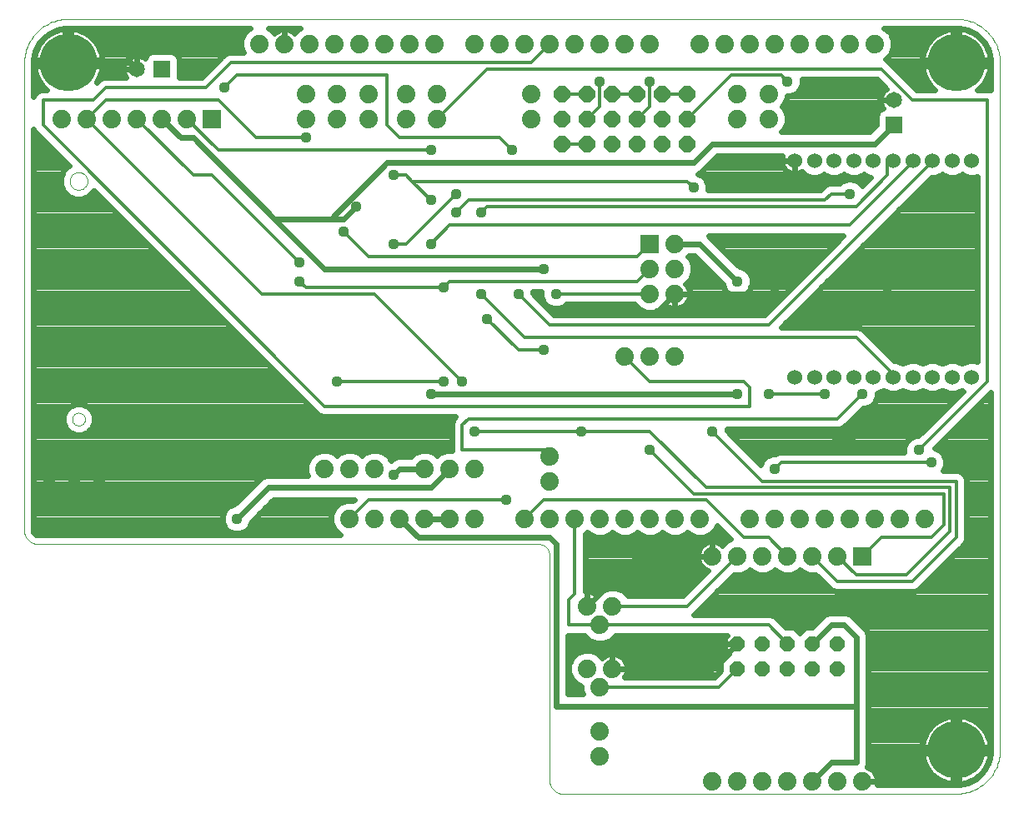
<source format=gbl>
G75*
G70*
%OFA0B0*%
%FSLAX24Y24*%
%IPPOS*%
%LPD*%
%AMOC8*
5,1,8,0,0,1.08239X$1,22.5*
%
%ADD10C,0.0000*%
%ADD11C,0.0740*%
%ADD12R,0.0740X0.0740*%
%ADD13C,0.0600*%
%ADD14C,0.2300*%
%ADD15OC8,0.0640*%
%ADD16OC8,0.0600*%
%ADD17R,0.0650X0.0650*%
%ADD18C,0.0650*%
%ADD19C,0.0120*%
%ADD20C,0.0440*%
%ADD21C,0.0240*%
%ADD22C,0.0476*%
D10*
X005721Y015221D02*
X025721Y015221D01*
X025765Y015219D01*
X025808Y015213D01*
X025850Y015204D01*
X025892Y015191D01*
X025932Y015174D01*
X025971Y015154D01*
X026008Y015131D01*
X026042Y015104D01*
X026075Y015075D01*
X026104Y015042D01*
X026131Y015008D01*
X026154Y014971D01*
X026174Y014932D01*
X026191Y014892D01*
X026204Y014850D01*
X026213Y014808D01*
X026219Y014765D01*
X026221Y014721D01*
X026221Y005721D01*
X026223Y005677D01*
X026229Y005634D01*
X026238Y005592D01*
X026251Y005550D01*
X026268Y005510D01*
X026288Y005471D01*
X026311Y005434D01*
X026338Y005400D01*
X026367Y005367D01*
X026400Y005338D01*
X026434Y005311D01*
X026471Y005288D01*
X026510Y005268D01*
X026550Y005251D01*
X026592Y005238D01*
X026634Y005229D01*
X026677Y005223D01*
X026721Y005221D01*
X042471Y005221D01*
X042554Y005223D01*
X042637Y005229D01*
X042720Y005239D01*
X042802Y005253D01*
X042884Y005270D01*
X042964Y005292D01*
X043043Y005317D01*
X043121Y005346D01*
X043198Y005379D01*
X043273Y005416D01*
X043346Y005455D01*
X043417Y005499D01*
X043486Y005545D01*
X043553Y005595D01*
X043617Y005648D01*
X043679Y005704D01*
X043738Y005763D01*
X043794Y005825D01*
X043847Y005889D01*
X043897Y005956D01*
X043943Y006025D01*
X043987Y006096D01*
X044026Y006169D01*
X044063Y006244D01*
X044096Y006321D01*
X044125Y006399D01*
X044150Y006478D01*
X044172Y006558D01*
X044189Y006640D01*
X044203Y006722D01*
X044213Y006805D01*
X044219Y006888D01*
X044221Y006971D01*
X044221Y034471D01*
X044219Y034554D01*
X044213Y034637D01*
X044203Y034720D01*
X044189Y034802D01*
X044172Y034884D01*
X044150Y034964D01*
X044125Y035043D01*
X044096Y035121D01*
X044063Y035198D01*
X044026Y035273D01*
X043987Y035346D01*
X043943Y035417D01*
X043897Y035486D01*
X043847Y035553D01*
X043794Y035617D01*
X043738Y035679D01*
X043679Y035738D01*
X043617Y035794D01*
X043553Y035847D01*
X043486Y035897D01*
X043417Y035943D01*
X043346Y035987D01*
X043273Y036026D01*
X043198Y036063D01*
X043121Y036096D01*
X043043Y036125D01*
X042964Y036150D01*
X042884Y036172D01*
X042802Y036189D01*
X042720Y036203D01*
X042637Y036213D01*
X042554Y036219D01*
X042471Y036221D01*
X006971Y036221D01*
X006888Y036219D01*
X006805Y036213D01*
X006722Y036203D01*
X006640Y036189D01*
X006558Y036172D01*
X006478Y036150D01*
X006399Y036125D01*
X006321Y036096D01*
X006244Y036063D01*
X006169Y036026D01*
X006096Y035987D01*
X006025Y035943D01*
X005956Y035897D01*
X005889Y035847D01*
X005825Y035794D01*
X005763Y035738D01*
X005704Y035679D01*
X005648Y035617D01*
X005595Y035553D01*
X005545Y035486D01*
X005499Y035417D01*
X005455Y035346D01*
X005416Y035273D01*
X005379Y035198D01*
X005346Y035121D01*
X005317Y035043D01*
X005292Y034964D01*
X005270Y034884D01*
X005253Y034802D01*
X005239Y034720D01*
X005229Y034637D01*
X005223Y034554D01*
X005221Y034471D01*
X005221Y015721D01*
X005223Y015677D01*
X005229Y015634D01*
X005238Y015592D01*
X005251Y015550D01*
X005268Y015510D01*
X005288Y015471D01*
X005311Y015434D01*
X005338Y015400D01*
X005367Y015367D01*
X005400Y015338D01*
X005434Y015311D01*
X005471Y015288D01*
X005510Y015268D01*
X005550Y015251D01*
X005592Y015238D01*
X005634Y015229D01*
X005677Y015223D01*
X005721Y015221D01*
X007130Y020207D02*
X007132Y020238D01*
X007138Y020269D01*
X007147Y020299D01*
X007160Y020328D01*
X007177Y020355D01*
X007197Y020379D01*
X007219Y020401D01*
X007245Y020420D01*
X007272Y020436D01*
X007301Y020448D01*
X007331Y020457D01*
X007362Y020462D01*
X007394Y020463D01*
X007425Y020460D01*
X007456Y020453D01*
X007486Y020443D01*
X007514Y020429D01*
X007540Y020411D01*
X007564Y020391D01*
X007585Y020367D01*
X007604Y020342D01*
X007619Y020314D01*
X007630Y020285D01*
X007638Y020254D01*
X007642Y020223D01*
X007642Y020191D01*
X007638Y020160D01*
X007630Y020129D01*
X007619Y020100D01*
X007604Y020072D01*
X007585Y020047D01*
X007564Y020023D01*
X007540Y020003D01*
X007514Y019985D01*
X007486Y019971D01*
X007456Y019961D01*
X007425Y019954D01*
X007394Y019951D01*
X007362Y019952D01*
X007331Y019957D01*
X007301Y019966D01*
X007272Y019978D01*
X007245Y019994D01*
X007219Y020013D01*
X007197Y020035D01*
X007177Y020059D01*
X007160Y020086D01*
X007147Y020115D01*
X007138Y020145D01*
X007132Y020176D01*
X007130Y020207D01*
X007032Y029735D02*
X007034Y029772D01*
X007040Y029809D01*
X007049Y029844D01*
X007063Y029879D01*
X007079Y029912D01*
X007100Y029943D01*
X007123Y029972D01*
X007149Y029998D01*
X007178Y030021D01*
X007209Y030042D01*
X007242Y030058D01*
X007277Y030072D01*
X007312Y030081D01*
X007349Y030087D01*
X007386Y030089D01*
X007423Y030087D01*
X007460Y030081D01*
X007495Y030072D01*
X007530Y030058D01*
X007563Y030042D01*
X007594Y030021D01*
X007623Y029998D01*
X007649Y029972D01*
X007672Y029943D01*
X007693Y029912D01*
X007709Y029879D01*
X007723Y029844D01*
X007732Y029809D01*
X007738Y029772D01*
X007740Y029735D01*
X007738Y029698D01*
X007732Y029661D01*
X007723Y029626D01*
X007709Y029591D01*
X007693Y029558D01*
X007672Y029527D01*
X007649Y029498D01*
X007623Y029472D01*
X007594Y029449D01*
X007563Y029428D01*
X007530Y029412D01*
X007495Y029398D01*
X007460Y029389D01*
X007423Y029383D01*
X007386Y029381D01*
X007349Y029383D01*
X007312Y029389D01*
X007277Y029398D01*
X007242Y029412D01*
X007209Y029428D01*
X007178Y029449D01*
X007149Y029472D01*
X007123Y029498D01*
X007100Y029527D01*
X007079Y029558D01*
X007063Y029591D01*
X007049Y029626D01*
X007040Y029661D01*
X007034Y029698D01*
X007032Y029735D01*
D11*
X006721Y032221D03*
X007721Y032221D03*
X008721Y032221D03*
X009721Y032221D03*
X010721Y032221D03*
X011721Y032221D03*
X014621Y035221D03*
X015621Y035221D03*
X016621Y035221D03*
X017621Y035221D03*
X018621Y035221D03*
X019621Y035221D03*
X020621Y035221D03*
X021621Y035221D03*
X023221Y035221D03*
X024221Y035221D03*
X025221Y035221D03*
X026221Y035221D03*
X027221Y035221D03*
X028221Y035221D03*
X029221Y035221D03*
X030221Y035221D03*
X032221Y035221D03*
X033221Y035221D03*
X034221Y035221D03*
X035221Y035221D03*
X036221Y035221D03*
X037221Y035221D03*
X038221Y035221D03*
X039221Y035221D03*
X034971Y033221D03*
X034971Y032221D03*
X033721Y032221D03*
X033721Y033221D03*
X031221Y027221D03*
X031221Y026221D03*
X031221Y025221D03*
X030221Y025221D03*
X030221Y026221D03*
X030221Y022721D03*
X031221Y022721D03*
X029221Y022721D03*
X026221Y018721D03*
X026221Y017721D03*
X026221Y016221D03*
X025221Y016221D03*
X027221Y016221D03*
X028221Y016221D03*
X029221Y016221D03*
X030221Y016221D03*
X031221Y016221D03*
X032221Y016221D03*
X032721Y014721D03*
X033721Y014721D03*
X034721Y014721D03*
X035721Y014721D03*
X036721Y014721D03*
X037721Y014721D03*
X038221Y016221D03*
X039221Y016221D03*
X040221Y016221D03*
X041221Y016221D03*
X037221Y016221D03*
X036221Y016221D03*
X035221Y016221D03*
X034221Y016221D03*
X028721Y012721D03*
X028221Y011971D03*
X027721Y012721D03*
X027721Y010221D03*
X028221Y009471D03*
X028721Y010221D03*
X028221Y007721D03*
X028221Y006721D03*
X032721Y005721D03*
X033721Y005721D03*
X034721Y005721D03*
X035721Y005721D03*
X036721Y005721D03*
X037721Y005721D03*
X038721Y005721D03*
X023221Y016221D03*
X022221Y016221D03*
X021221Y016221D03*
X020221Y016221D03*
X019221Y016221D03*
X018221Y016221D03*
X018221Y018221D03*
X019221Y018221D03*
X021221Y018221D03*
X022221Y018221D03*
X023221Y018221D03*
X017221Y018221D03*
X017721Y032221D03*
X018971Y032221D03*
X018971Y033221D03*
X017721Y033221D03*
X016471Y033221D03*
X016471Y032221D03*
X020471Y032221D03*
X020471Y033221D03*
X021721Y033221D03*
X021721Y032221D03*
X025471Y032221D03*
X025471Y033221D03*
D12*
X030221Y027221D03*
X038721Y014721D03*
X012721Y032221D03*
D13*
X036008Y030551D03*
X036796Y030551D03*
X037583Y030551D03*
X038370Y030551D03*
X039158Y030551D03*
X039945Y030551D03*
X040733Y030551D03*
X041520Y030551D03*
X042307Y030551D03*
X043095Y030551D03*
X043095Y021890D03*
X042307Y021890D03*
X041520Y021890D03*
X040733Y021890D03*
X039945Y021890D03*
X039158Y021890D03*
X038370Y021890D03*
X037583Y021890D03*
X036796Y021890D03*
X036008Y021890D03*
D14*
X042471Y034471D03*
X042471Y006971D03*
X006971Y034471D03*
D15*
X026721Y033221D03*
X027721Y033221D03*
X028721Y033221D03*
X029721Y033221D03*
X030721Y033221D03*
X031721Y033221D03*
X031721Y032221D03*
X031721Y031221D03*
X030721Y031221D03*
X030721Y032221D03*
X029721Y032221D03*
X029721Y031221D03*
X028721Y031221D03*
X028721Y032221D03*
X027721Y032221D03*
X027721Y031221D03*
X026721Y031221D03*
X026721Y032221D03*
D16*
X033721Y011221D03*
X034721Y011221D03*
X035721Y011221D03*
X036721Y011221D03*
X037721Y011221D03*
X037721Y010221D03*
X036721Y010221D03*
X035721Y010221D03*
X034721Y010221D03*
X033721Y010221D03*
D17*
X039971Y031971D03*
X010721Y034221D03*
D18*
X009721Y034221D03*
X039971Y032971D03*
D19*
X040721Y032971D02*
X039471Y034221D01*
X023721Y034221D01*
X021721Y032221D01*
X021471Y030971D02*
X012971Y030971D01*
X011721Y032221D01*
X012971Y032971D02*
X008471Y032971D01*
X007721Y032221D01*
X014721Y025221D01*
X019221Y025221D01*
X022721Y021721D01*
X021971Y021721D02*
X017721Y021721D01*
X017221Y020721D02*
X005971Y031971D01*
X005971Y032971D01*
X007971Y032971D01*
X008471Y033471D01*
X012471Y033471D01*
X013471Y034471D01*
X025471Y034471D01*
X026221Y035221D01*
X028221Y033721D02*
X028221Y032721D01*
X027721Y032221D01*
X027721Y031221D02*
X026721Y031221D01*
X024721Y030971D02*
X024221Y031471D01*
X020221Y031471D01*
X019721Y031971D01*
X019721Y033971D01*
X013721Y033971D01*
X013221Y033471D01*
X012971Y032971D02*
X014471Y031471D01*
X016471Y031471D01*
X019971Y029971D02*
X020471Y029971D01*
X020721Y029721D01*
X031721Y029721D01*
X031971Y029471D01*
X030221Y027221D02*
X029721Y026721D01*
X018971Y026721D01*
X017971Y027721D01*
X016221Y026471D02*
X012721Y029971D01*
X011971Y029971D01*
X009721Y032221D01*
X016221Y025721D02*
X016471Y025471D01*
X021971Y025471D01*
X022221Y025721D01*
X029721Y025721D01*
X030221Y026221D01*
X030221Y025221D02*
X026471Y025221D01*
X026221Y023971D02*
X034971Y023971D01*
X041471Y030471D01*
X041520Y030551D01*
X040733Y030551D02*
X040721Y030471D01*
X038221Y027971D01*
X022221Y027971D01*
X021471Y027221D01*
X020471Y027221D02*
X019971Y027221D01*
X020471Y027221D02*
X022471Y029221D01*
X022971Y028971D02*
X037221Y028971D01*
X037471Y029221D01*
X038221Y029221D01*
X038471Y028721D02*
X039721Y029971D01*
X039721Y030471D01*
X039945Y030551D01*
X038471Y028721D02*
X023721Y028721D01*
X023471Y028471D01*
X022971Y028971D02*
X022471Y028471D01*
X021471Y028971D02*
X020721Y029721D01*
X023471Y025221D02*
X025221Y023471D01*
X038471Y023471D01*
X039971Y021971D01*
X039945Y021890D01*
X038721Y021221D02*
X037721Y020221D01*
X022971Y020221D01*
X022721Y019971D01*
X022721Y018971D01*
X025971Y018971D01*
X026221Y018721D01*
X027471Y019721D02*
X030221Y019721D01*
X032471Y017471D01*
X042221Y017471D01*
X042221Y015721D01*
X040471Y013971D01*
X038471Y013971D01*
X037721Y014721D01*
X038721Y014721D02*
X039471Y015471D01*
X041471Y015471D01*
X041971Y015971D01*
X041971Y017221D01*
X031971Y017221D01*
X030221Y018971D01*
X032721Y019721D02*
X034721Y017721D01*
X042471Y017721D01*
X042471Y015471D01*
X040721Y013721D01*
X037721Y013721D01*
X036721Y014721D01*
X035721Y014721D02*
X034971Y015471D01*
X033971Y015471D01*
X032471Y016971D01*
X025971Y016971D01*
X025221Y016221D01*
X024471Y016971D02*
X018971Y016971D01*
X018221Y016221D01*
X023221Y019721D02*
X027471Y019721D01*
X030221Y021721D02*
X033971Y021721D01*
X034221Y021471D01*
X034221Y020721D01*
X017221Y020721D01*
X023721Y024221D02*
X024971Y022971D01*
X025971Y022971D01*
X026221Y023971D02*
X024971Y025221D01*
X029221Y022721D02*
X030221Y021721D01*
X034971Y021221D02*
X037221Y021221D01*
X035471Y018471D02*
X035221Y018221D01*
X035471Y018471D02*
X041471Y018471D01*
X040971Y018971D02*
X043721Y021721D01*
X043721Y032971D01*
X040721Y032971D01*
X035721Y033721D02*
X035471Y033971D01*
X033471Y033971D01*
X031721Y032221D01*
X031721Y033221D02*
X030721Y033221D01*
X030221Y032721D02*
X030221Y033721D01*
X029721Y033221D02*
X028721Y033221D01*
X027721Y033221D02*
X026721Y033221D01*
X029721Y032221D02*
X030221Y032721D01*
X027221Y016221D02*
X027221Y013221D01*
X026971Y012971D01*
X026971Y011971D01*
X028221Y011971D01*
X034971Y011971D01*
X035721Y011221D01*
X033721Y010221D02*
X032971Y009471D01*
X028221Y009471D01*
X028721Y012721D02*
X031721Y012721D01*
X033721Y014721D01*
D20*
X035221Y018221D03*
X037721Y019471D03*
X038721Y018971D03*
X040971Y018971D03*
X041471Y018471D03*
X038721Y021221D03*
X037221Y021221D03*
X034971Y021221D03*
X033721Y021221D03*
X032721Y019721D03*
X030221Y018971D03*
X027471Y019721D03*
X024471Y016971D03*
X023221Y019721D03*
X021471Y021221D03*
X021971Y021721D03*
X022721Y021721D03*
X023721Y024221D03*
X023471Y025221D03*
X024971Y025221D03*
X025971Y026221D03*
X026471Y025221D03*
X027721Y024721D03*
X025971Y022971D03*
X021971Y025471D03*
X021471Y027221D03*
X019971Y027221D03*
X017971Y027721D03*
X018471Y028721D03*
X019971Y029971D03*
X021471Y030971D03*
X022471Y029221D03*
X022471Y028471D03*
X023471Y028471D03*
X021471Y028971D03*
X024721Y030971D03*
X028221Y033721D03*
X030221Y033721D03*
X031971Y029471D03*
X033721Y025721D03*
X035221Y025221D03*
X038221Y029221D03*
X035721Y033721D03*
X017721Y021721D03*
X019971Y017971D03*
X013721Y016221D03*
X016221Y025721D03*
X016221Y026471D03*
X016471Y031471D03*
X013221Y033471D03*
D21*
X012491Y034085D02*
X011406Y034085D01*
X011406Y033891D02*
X011406Y034617D01*
X011351Y034750D01*
X011250Y034851D01*
X011117Y034906D01*
X010324Y034906D01*
X010192Y034851D01*
X010091Y034750D01*
X010051Y034654D01*
X010006Y034687D01*
X009930Y034726D01*
X009848Y034752D01*
X009764Y034766D01*
X009721Y034766D01*
X009721Y034221D01*
X009721Y034221D01*
X009471Y034471D01*
X006971Y034471D01*
X007091Y034562D02*
X009295Y034562D01*
X009305Y034576D02*
X009255Y034506D01*
X009216Y034430D01*
X009189Y034348D01*
X009176Y034264D01*
X009176Y034221D01*
X009720Y034221D01*
X009720Y034221D01*
X009721Y034221D02*
X009721Y034766D01*
X009678Y034766D01*
X009593Y034752D01*
X009512Y034726D01*
X009435Y034687D01*
X009366Y034636D01*
X009305Y034576D01*
X009185Y034323D02*
X008333Y034323D01*
X008336Y034351D02*
X007091Y034351D01*
X007091Y034591D01*
X006851Y034591D01*
X006851Y035836D01*
X006769Y035828D01*
X006637Y035801D01*
X006509Y035762D01*
X006384Y035711D01*
X006266Y035647D01*
X006154Y035572D01*
X006050Y035487D01*
X005954Y035392D01*
X005869Y035288D01*
X005794Y035176D01*
X005731Y035057D01*
X005679Y034933D01*
X005640Y034804D01*
X005614Y034672D01*
X005606Y034591D01*
X006851Y034591D01*
X006851Y034351D01*
X005606Y034351D01*
X005614Y034269D01*
X005640Y034137D01*
X005679Y034009D01*
X005731Y033884D01*
X005794Y033766D01*
X005869Y033654D01*
X005954Y033550D01*
X006050Y033454D01*
X006127Y033391D01*
X005887Y033391D01*
X005733Y033327D01*
X005615Y033209D01*
X005581Y033127D01*
X005581Y034399D01*
X005581Y034471D01*
X005589Y034626D01*
X005659Y034930D01*
X005794Y035210D01*
X005988Y035454D01*
X006231Y035648D01*
X006512Y035783D01*
X006815Y035852D01*
X006971Y035861D01*
X014258Y035861D01*
X014207Y035840D01*
X014002Y035634D01*
X013891Y035366D01*
X013891Y035076D01*
X013967Y034891D01*
X013387Y034891D01*
X013233Y034827D01*
X013115Y034709D01*
X012297Y033891D01*
X011406Y033891D01*
X011406Y034323D02*
X012729Y034323D01*
X012968Y034562D02*
X011406Y034562D01*
X011300Y034800D02*
X013206Y034800D01*
X013906Y035039D02*
X008218Y035039D01*
X008211Y035057D02*
X008147Y035176D01*
X008072Y035288D01*
X007987Y035392D01*
X007892Y035487D01*
X007788Y035572D01*
X007676Y035647D01*
X007557Y035711D01*
X007433Y035762D01*
X007304Y035801D01*
X007172Y035828D01*
X007091Y035836D01*
X007091Y034591D01*
X008336Y034591D01*
X008328Y034672D01*
X008301Y034804D01*
X008262Y034933D01*
X008211Y035057D01*
X008080Y035277D02*
X013891Y035277D01*
X013953Y035516D02*
X007857Y035516D01*
X007452Y035754D02*
X014122Y035754D01*
X014983Y035861D02*
X016258Y035861D01*
X016207Y035840D01*
X016022Y035654D01*
X016005Y035671D01*
X015930Y035725D01*
X015847Y035768D01*
X015759Y035796D01*
X015667Y035811D01*
X015621Y035811D01*
X015621Y035221D01*
X015621Y035221D01*
X015621Y035811D01*
X015574Y035811D01*
X015483Y035796D01*
X015394Y035768D01*
X015312Y035725D01*
X015236Y035671D01*
X015220Y035654D01*
X015034Y035840D01*
X014983Y035861D01*
X015120Y035754D02*
X015368Y035754D01*
X015621Y035754D02*
X015621Y035754D01*
X015621Y035516D02*
X015621Y035516D01*
X015621Y035277D02*
X015621Y035277D01*
X015873Y035754D02*
X016122Y035754D01*
X011471Y031471D02*
X010721Y032221D01*
X011471Y031471D02*
X011971Y031471D01*
X015221Y028221D01*
X017471Y028221D01*
X019721Y030471D01*
X031971Y030471D01*
X032721Y031221D01*
X039221Y031221D01*
X039971Y031971D01*
X039537Y032640D02*
X039442Y032601D01*
X039341Y032500D01*
X039286Y032367D01*
X039286Y031965D01*
X039022Y031701D01*
X035483Y031701D01*
X035590Y031807D01*
X035701Y032076D01*
X035701Y032366D01*
X035590Y032634D01*
X035503Y032721D01*
X035590Y032807D01*
X035701Y033076D01*
X035701Y033141D01*
X035836Y033141D01*
X036049Y033229D01*
X036212Y033392D01*
X036301Y033605D01*
X036301Y033801D01*
X039297Y033801D01*
X039671Y033427D01*
X039616Y033386D01*
X039555Y033326D01*
X039505Y033256D01*
X039466Y033180D01*
X039439Y033098D01*
X039426Y033014D01*
X039426Y032971D01*
X039970Y032971D01*
X039970Y032971D01*
X039426Y032971D01*
X039426Y032928D01*
X039439Y032843D01*
X039466Y032762D01*
X039505Y032685D01*
X039537Y032640D01*
X039528Y032653D02*
X035571Y032653D01*
X035625Y032892D02*
X039431Y032892D01*
X039450Y033130D02*
X035701Y033130D01*
X036189Y033369D02*
X039598Y033369D01*
X039490Y033607D02*
X036301Y033607D01*
X035681Y032415D02*
X039305Y032415D01*
X039286Y032176D02*
X035701Y032176D01*
X035644Y031938D02*
X039259Y031938D01*
X038764Y030012D02*
X038784Y029992D01*
X039026Y029891D01*
X039048Y029891D01*
X038709Y029553D01*
X038549Y029712D01*
X038336Y029801D01*
X038105Y029801D01*
X037892Y029712D01*
X037821Y029641D01*
X037387Y029641D01*
X037233Y029577D01*
X037115Y029459D01*
X037047Y029391D01*
X032551Y029391D01*
X032551Y029586D01*
X032462Y029799D01*
X032299Y029962D01*
X032149Y030025D01*
X032243Y030064D01*
X032378Y030199D01*
X032920Y030741D01*
X035523Y030741D01*
X035501Y030673D01*
X035488Y030592D01*
X035488Y030552D01*
X036008Y030552D01*
X036008Y030551D01*
X036008Y030551D01*
X036008Y030031D01*
X035967Y030031D01*
X035886Y030044D01*
X035809Y030070D01*
X035736Y030107D01*
X035669Y030155D01*
X035612Y030213D01*
X035563Y030279D01*
X035526Y030352D01*
X035501Y030430D01*
X035488Y030511D01*
X035488Y030551D01*
X036008Y030551D01*
X036008Y030031D01*
X036049Y030031D01*
X036130Y030044D01*
X036208Y030070D01*
X036281Y030107D01*
X036296Y030118D01*
X036422Y029992D01*
X036664Y029891D01*
X036927Y029891D01*
X037169Y029992D01*
X037189Y030012D01*
X037209Y029992D01*
X037452Y029891D01*
X037714Y029891D01*
X037957Y029992D01*
X037977Y030012D01*
X037997Y029992D01*
X038239Y029891D01*
X038502Y029891D01*
X038744Y029992D01*
X038764Y030012D01*
X038947Y029791D02*
X038360Y029791D01*
X038081Y029791D02*
X032466Y029791D01*
X032551Y029552D02*
X037208Y029552D01*
X036384Y030029D02*
X032159Y030029D01*
X032447Y030268D02*
X035571Y030268D01*
X035489Y030506D02*
X032685Y030506D01*
X032570Y027551D02*
X037957Y027551D01*
X034797Y024391D01*
X026395Y024391D01*
X025551Y025235D01*
X025551Y025301D01*
X025891Y025301D01*
X025891Y025105D01*
X025979Y024892D01*
X026142Y024729D01*
X026355Y024641D01*
X026586Y024641D01*
X026799Y024729D01*
X026871Y024801D01*
X029608Y024801D01*
X029807Y024602D01*
X030076Y024491D01*
X030366Y024491D01*
X030634Y024602D01*
X030820Y024787D01*
X030836Y024771D01*
X030912Y024716D01*
X030994Y024674D01*
X031083Y024645D01*
X031174Y024631D01*
X031221Y024631D01*
X031267Y024631D01*
X031359Y024645D01*
X031447Y024674D01*
X031530Y024716D01*
X031605Y024771D01*
X031671Y024836D01*
X031725Y024912D01*
X031768Y024994D01*
X031796Y025083D01*
X031811Y025174D01*
X031811Y025221D01*
X031811Y025267D01*
X031796Y025359D01*
X031768Y025447D01*
X031725Y025530D01*
X031671Y025605D01*
X031654Y025622D01*
X031840Y025807D01*
X031951Y026076D01*
X031951Y026366D01*
X031840Y026634D01*
X031753Y026721D01*
X031773Y026741D01*
X032022Y026741D01*
X033141Y025622D01*
X033141Y025605D01*
X033229Y025392D01*
X033392Y025229D01*
X033605Y025141D01*
X033836Y025141D01*
X034049Y025229D01*
X034212Y025392D01*
X034301Y025605D01*
X034301Y025836D01*
X034212Y026049D01*
X034049Y026212D01*
X033836Y026301D01*
X033820Y026301D01*
X032628Y027493D01*
X032570Y027551D01*
X032715Y027405D02*
X037811Y027405D01*
X037573Y027167D02*
X032954Y027167D01*
X033192Y026928D02*
X037334Y026928D01*
X037096Y026690D02*
X033431Y026690D01*
X033669Y026451D02*
X036857Y026451D01*
X036619Y026213D02*
X034049Y026213D01*
X034244Y025974D02*
X036380Y025974D01*
X036142Y025736D02*
X034301Y025736D01*
X034256Y025497D02*
X035903Y025497D01*
X035665Y025258D02*
X034079Y025258D01*
X033721Y025721D02*
X032221Y027221D01*
X031221Y027221D01*
X031784Y026690D02*
X032073Y026690D01*
X031916Y026451D02*
X032312Y026451D01*
X032550Y026213D02*
X031951Y026213D01*
X031909Y025974D02*
X032789Y025974D01*
X033027Y025736D02*
X031768Y025736D01*
X031742Y025497D02*
X033186Y025497D01*
X033363Y025258D02*
X031811Y025258D01*
X031811Y025221D02*
X031221Y025221D01*
X031221Y025221D01*
X035221Y025221D01*
X035426Y025020D02*
X031776Y025020D01*
X031811Y025221D02*
X031221Y025221D01*
X030471Y024471D01*
X027971Y024471D01*
X027721Y024721D01*
X026851Y024781D02*
X029628Y024781D01*
X029950Y024543D02*
X026243Y024543D01*
X026090Y024781D02*
X026004Y024781D01*
X025926Y025020D02*
X025766Y025020D01*
X025891Y025258D02*
X025551Y025258D01*
X025971Y026221D02*
X017221Y026221D01*
X015221Y028221D01*
X017471Y028221D02*
X017971Y028221D01*
X018471Y028721D01*
X013043Y024304D02*
X005581Y024304D01*
X005581Y024066D02*
X013282Y024066D01*
X013520Y023827D02*
X005581Y023827D01*
X005581Y023589D02*
X013759Y023589D01*
X013998Y023350D02*
X005581Y023350D01*
X005581Y023112D02*
X014236Y023112D01*
X014475Y022873D02*
X005581Y022873D01*
X005581Y022634D02*
X014713Y022634D01*
X014952Y022396D02*
X005581Y022396D01*
X005581Y022157D02*
X015190Y022157D01*
X015429Y021919D02*
X005581Y021919D01*
X005581Y021680D02*
X015667Y021680D01*
X015906Y021442D02*
X005581Y021442D01*
X005581Y021203D02*
X016144Y021203D01*
X016383Y020965D02*
X005581Y020965D01*
X005581Y020726D02*
X007034Y020726D01*
X007037Y020729D02*
X006864Y020556D01*
X006770Y020330D01*
X006770Y020084D01*
X006864Y019858D01*
X007037Y019685D01*
X007264Y019591D01*
X007509Y019591D01*
X007735Y019685D01*
X007908Y019858D01*
X008002Y020084D01*
X008002Y020330D01*
X007908Y020556D01*
X007735Y020729D01*
X007509Y020823D01*
X007264Y020823D01*
X007037Y020729D01*
X006836Y020488D02*
X005581Y020488D01*
X005581Y020249D02*
X006770Y020249D01*
X006801Y020010D02*
X005581Y020010D01*
X005581Y019772D02*
X006950Y019772D01*
X007822Y019772D02*
X022301Y019772D01*
X022301Y020010D02*
X007971Y020010D01*
X008002Y020249D02*
X022405Y020249D01*
X022365Y020209D02*
X022457Y020301D01*
X017304Y020301D01*
X017137Y020301D01*
X016983Y020365D01*
X007999Y029348D01*
X007992Y029330D01*
X007791Y029129D01*
X007528Y029020D01*
X007244Y029020D01*
X006981Y029129D01*
X006781Y029330D01*
X006672Y029592D01*
X006672Y029877D01*
X006781Y030139D01*
X006981Y030340D01*
X007000Y030348D01*
X005733Y031615D01*
X005615Y031733D01*
X005581Y031815D01*
X005581Y015792D01*
X005581Y015721D01*
X005583Y015693D01*
X005604Y015643D01*
X005643Y015604D01*
X005693Y015583D01*
X005721Y015581D01*
X017858Y015581D01*
X017807Y015602D01*
X017602Y015807D01*
X017491Y016076D01*
X017491Y016366D01*
X017602Y016634D01*
X017807Y016840D01*
X018076Y016951D01*
X018357Y016951D01*
X018397Y016991D01*
X015170Y016991D01*
X014301Y016122D01*
X014301Y016105D01*
X014212Y015892D01*
X014049Y015729D01*
X013836Y015641D01*
X013605Y015641D01*
X013392Y015729D01*
X013229Y015892D01*
X013141Y016105D01*
X013141Y016336D01*
X013229Y016549D01*
X013392Y016712D01*
X013605Y016801D01*
X013622Y016801D01*
X014564Y017743D01*
X014699Y017878D01*
X014875Y017951D01*
X016543Y017951D01*
X016491Y018076D01*
X016491Y018366D01*
X016602Y018634D01*
X016807Y018840D01*
X017076Y018951D01*
X017366Y018951D01*
X017634Y018840D01*
X017721Y018753D01*
X017807Y018840D01*
X018076Y018951D01*
X018366Y018951D01*
X018634Y018840D01*
X018721Y018753D01*
X018807Y018840D01*
X019076Y018951D01*
X019366Y018951D01*
X019634Y018840D01*
X019840Y018634D01*
X019874Y018552D01*
X019949Y018628D01*
X020125Y018701D01*
X020668Y018701D01*
X020807Y018840D01*
X021076Y018951D01*
X021366Y018951D01*
X021634Y018840D01*
X021721Y018753D01*
X021807Y018840D01*
X022076Y018951D01*
X022301Y018951D01*
X022301Y019054D01*
X022301Y020054D01*
X022365Y020209D01*
X022301Y019533D02*
X005581Y019533D01*
X005581Y019295D02*
X022301Y019295D01*
X022301Y019056D02*
X005581Y019056D01*
X005581Y018818D02*
X016785Y018818D01*
X016579Y018579D02*
X005581Y018579D01*
X005581Y018341D02*
X016491Y018341D01*
X016491Y018102D02*
X005581Y018102D01*
X005581Y017864D02*
X014685Y017864D01*
X014446Y017625D02*
X005581Y017625D01*
X005581Y017386D02*
X014208Y017386D01*
X013969Y017148D02*
X005581Y017148D01*
X005581Y016909D02*
X013731Y016909D01*
X013351Y016671D02*
X005581Y016671D01*
X005581Y016432D02*
X013181Y016432D01*
X013141Y016194D02*
X005581Y016194D01*
X005581Y015955D02*
X013203Y015955D01*
X013422Y015717D02*
X005581Y015717D01*
X007937Y020488D02*
X016860Y020488D01*
X016621Y020726D02*
X007738Y020726D01*
X005581Y024543D02*
X012805Y024543D01*
X012566Y024781D02*
X005581Y024781D01*
X005581Y025020D02*
X012328Y025020D01*
X012089Y025258D02*
X005581Y025258D01*
X005581Y025497D02*
X011851Y025497D01*
X011612Y025736D02*
X005581Y025736D01*
X005581Y025974D02*
X011374Y025974D01*
X011135Y026213D02*
X005581Y026213D01*
X005581Y026451D02*
X010896Y026451D01*
X010658Y026690D02*
X005581Y026690D01*
X005581Y026928D02*
X010419Y026928D01*
X010181Y027167D02*
X005581Y027167D01*
X005581Y027405D02*
X009942Y027405D01*
X009704Y027644D02*
X005581Y027644D01*
X005581Y027882D02*
X009465Y027882D01*
X009227Y028121D02*
X005581Y028121D01*
X005581Y028359D02*
X008988Y028359D01*
X008750Y028598D02*
X005581Y028598D01*
X005581Y028837D02*
X008511Y028837D01*
X008272Y029075D02*
X007661Y029075D01*
X007975Y029314D02*
X008034Y029314D01*
X007111Y029075D02*
X005581Y029075D01*
X005581Y029314D02*
X006797Y029314D01*
X006688Y029552D02*
X005581Y029552D01*
X005581Y029791D02*
X006672Y029791D01*
X006735Y030029D02*
X005581Y030029D01*
X005581Y030268D02*
X006909Y030268D01*
X006841Y030506D02*
X005581Y030506D01*
X005581Y030745D02*
X006603Y030745D01*
X006364Y030983D02*
X005581Y030983D01*
X005581Y031222D02*
X006126Y031222D01*
X005887Y031461D02*
X005581Y031461D01*
X005581Y031699D02*
X005649Y031699D01*
X005581Y033130D02*
X005582Y033130D01*
X005581Y033369D02*
X005834Y033369D01*
X005907Y033607D02*
X005581Y033607D01*
X005581Y033846D02*
X005751Y033846D01*
X005656Y034085D02*
X005581Y034085D01*
X005581Y034323D02*
X005609Y034323D01*
X005586Y034562D02*
X006851Y034562D01*
X006851Y034800D02*
X007091Y034800D01*
X007091Y035039D02*
X006851Y035039D01*
X006851Y035277D02*
X007091Y035277D01*
X007091Y035516D02*
X006851Y035516D01*
X006851Y035754D02*
X007091Y035754D01*
X006490Y035754D02*
X006453Y035754D01*
X006085Y035516D02*
X006066Y035516D01*
X005862Y035277D02*
X005847Y035277D01*
X005723Y035039D02*
X005711Y035039D01*
X005639Y034800D02*
X005629Y034800D01*
X008302Y034800D02*
X010141Y034800D01*
X009721Y034562D02*
X009721Y034562D01*
X009721Y034323D02*
X009721Y034323D01*
X009720Y034221D02*
X009176Y034221D01*
X009176Y034178D01*
X009189Y034093D01*
X009216Y034012D01*
X009255Y033935D01*
X009287Y033891D01*
X008387Y033891D01*
X008233Y033827D01*
X008115Y033709D01*
X008098Y033692D01*
X008147Y033766D01*
X008211Y033884D01*
X008262Y034009D01*
X008301Y034137D01*
X008328Y034269D01*
X008336Y034351D01*
X008285Y034085D02*
X009192Y034085D01*
X008279Y033846D02*
X008190Y033846D01*
X021471Y021221D02*
X033721Y021221D01*
X033301Y019801D02*
X037804Y019801D01*
X037959Y019865D01*
X038077Y019983D01*
X038735Y020641D01*
X038836Y020641D01*
X039049Y020729D01*
X039212Y020892D01*
X039301Y021105D01*
X039301Y021235D01*
X039532Y021331D01*
X039551Y021350D01*
X039571Y021331D01*
X039814Y021230D01*
X040076Y021230D01*
X040319Y021331D01*
X040339Y021350D01*
X040359Y021331D01*
X040601Y021230D01*
X040864Y021230D01*
X041106Y021331D01*
X041126Y021350D01*
X041146Y021331D01*
X041389Y021230D01*
X041651Y021230D01*
X041894Y021331D01*
X041914Y021350D01*
X041934Y021331D01*
X042176Y021230D01*
X042439Y021230D01*
X042681Y021331D01*
X042701Y021350D01*
X042721Y021331D01*
X042732Y021326D01*
X040957Y019551D01*
X040855Y019551D01*
X040642Y019462D01*
X040479Y019299D01*
X040391Y019086D01*
X040391Y018891D01*
X035387Y018891D01*
X035233Y018827D01*
X035207Y018801D01*
X035105Y018801D01*
X034892Y018712D01*
X034729Y018549D01*
X034658Y018377D01*
X033301Y019735D01*
X033301Y019801D01*
X033301Y019772D02*
X041178Y019772D01*
X041417Y020010D02*
X038104Y020010D01*
X038077Y019983D02*
X038077Y019983D01*
X038343Y020249D02*
X041655Y020249D01*
X041894Y020488D02*
X038581Y020488D01*
X039042Y020726D02*
X042132Y020726D01*
X042371Y020965D02*
X039242Y020965D01*
X039301Y021203D02*
X042609Y021203D01*
X043320Y020726D02*
X043861Y020726D01*
X043861Y020488D02*
X043081Y020488D01*
X042843Y020249D02*
X043861Y020249D01*
X043861Y020010D02*
X042604Y020010D01*
X042366Y019772D02*
X043861Y019772D01*
X043861Y019533D02*
X042127Y019533D01*
X041889Y019295D02*
X043861Y019295D01*
X043861Y019056D02*
X041650Y019056D01*
X041628Y019034D02*
X043861Y021267D01*
X043861Y007042D01*
X043861Y006971D01*
X043852Y006815D01*
X043783Y006512D01*
X043648Y006231D01*
X043454Y005988D01*
X043210Y005794D01*
X042930Y005659D01*
X042626Y005589D01*
X042471Y005581D01*
X042452Y005581D01*
X042399Y005581D01*
X039296Y005581D01*
X039296Y005583D01*
X039311Y005674D01*
X039311Y005721D01*
X039311Y005767D01*
X039296Y005859D01*
X039268Y005947D01*
X039225Y006030D01*
X039171Y006105D01*
X039105Y006171D01*
X039030Y006225D01*
X038947Y006268D01*
X038911Y006279D01*
X038951Y006375D01*
X038951Y006566D01*
X038951Y008625D01*
X038951Y008816D01*
X038951Y011566D01*
X038878Y011743D01*
X038743Y011878D01*
X038243Y012378D01*
X038066Y012451D01*
X037875Y012451D01*
X037375Y012451D01*
X037199Y012378D01*
X037064Y012243D01*
X036702Y011881D01*
X036447Y011881D01*
X036221Y011654D01*
X035994Y011881D01*
X035655Y011881D01*
X035327Y012209D01*
X035209Y012327D01*
X035054Y012391D01*
X031985Y012391D01*
X032077Y012483D01*
X033585Y013991D01*
X033866Y013991D01*
X034134Y014102D01*
X034221Y014188D01*
X034307Y014102D01*
X034576Y013991D01*
X034866Y013991D01*
X035134Y014102D01*
X035221Y014188D01*
X035307Y014102D01*
X035576Y013991D01*
X035866Y013991D01*
X036134Y014102D01*
X036221Y014188D01*
X036307Y014102D01*
X036576Y013991D01*
X036857Y013991D01*
X037365Y013483D01*
X037483Y013365D01*
X037637Y013301D01*
X040637Y013301D01*
X040804Y013301D01*
X040959Y013365D01*
X042709Y015115D01*
X042827Y015233D01*
X042891Y015387D01*
X042891Y017804D01*
X042827Y017959D01*
X042709Y018077D01*
X042554Y018141D01*
X042387Y018141D01*
X041961Y018141D01*
X041962Y018142D01*
X042051Y018355D01*
X042051Y018586D01*
X041962Y018799D01*
X041799Y018962D01*
X041628Y019034D01*
X041944Y018818D02*
X043861Y018818D01*
X043861Y018579D02*
X042051Y018579D01*
X042045Y018341D02*
X043861Y018341D01*
X043861Y018102D02*
X042648Y018102D01*
X042866Y017864D02*
X043861Y017864D01*
X043861Y017625D02*
X042891Y017625D01*
X042891Y017386D02*
X043861Y017386D01*
X043861Y017148D02*
X042891Y017148D01*
X042891Y016909D02*
X043861Y016909D01*
X043861Y016671D02*
X042891Y016671D01*
X042891Y016432D02*
X043861Y016432D01*
X043861Y016194D02*
X042891Y016194D01*
X042891Y015955D02*
X043861Y015955D01*
X043861Y015717D02*
X042891Y015717D01*
X042891Y015478D02*
X043861Y015478D01*
X043861Y015240D02*
X042830Y015240D01*
X042595Y015001D02*
X043861Y015001D01*
X043861Y014763D02*
X042356Y014763D01*
X042118Y014524D02*
X043861Y014524D01*
X043861Y014285D02*
X041879Y014285D01*
X041641Y014047D02*
X043861Y014047D01*
X043861Y013808D02*
X041402Y013808D01*
X041164Y013570D02*
X043861Y013570D01*
X043861Y013331D02*
X040878Y013331D01*
X038911Y011661D02*
X043861Y011661D01*
X043861Y011423D02*
X038951Y011423D01*
X038951Y011184D02*
X043861Y011184D01*
X043861Y010946D02*
X038951Y010946D01*
X038951Y010707D02*
X043861Y010707D01*
X043861Y010469D02*
X038951Y010469D01*
X038951Y010230D02*
X043861Y010230D01*
X043861Y009992D02*
X038951Y009992D01*
X038951Y009753D02*
X043861Y009753D01*
X043861Y009515D02*
X038951Y009515D01*
X038951Y009276D02*
X043861Y009276D01*
X043861Y009037D02*
X038951Y009037D01*
X038951Y008799D02*
X043861Y008799D01*
X043861Y008560D02*
X038951Y008560D01*
X038951Y008322D02*
X042241Y008322D01*
X042269Y008328D02*
X042137Y008301D01*
X042009Y008262D01*
X041884Y008211D01*
X041766Y008147D01*
X041654Y008072D01*
X041550Y007987D01*
X041454Y007892D01*
X041369Y007788D01*
X041294Y007676D01*
X041231Y007557D01*
X041179Y007433D01*
X041140Y007304D01*
X041114Y007172D01*
X041106Y007091D01*
X042351Y007091D01*
X042351Y008336D01*
X042269Y008328D01*
X042351Y008322D02*
X042591Y008322D01*
X042591Y008336D02*
X042672Y008328D01*
X042804Y008301D01*
X042933Y008262D01*
X043057Y008211D01*
X043176Y008147D01*
X043288Y008072D01*
X043392Y007987D01*
X043487Y007892D01*
X043572Y007788D01*
X043647Y007676D01*
X043711Y007557D01*
X043762Y007433D01*
X043801Y007304D01*
X043828Y007172D01*
X043836Y007091D01*
X042591Y007091D01*
X042591Y006851D01*
X043836Y006851D01*
X043828Y006769D01*
X043801Y006637D01*
X043762Y006509D01*
X043711Y006384D01*
X043647Y006266D01*
X043572Y006154D01*
X043487Y006050D01*
X043392Y005954D01*
X043288Y005869D01*
X043176Y005794D01*
X043057Y005731D01*
X042933Y005679D01*
X042804Y005640D01*
X042672Y005614D01*
X042591Y005606D01*
X042591Y006851D01*
X042351Y006851D01*
X042351Y005606D01*
X042269Y005614D01*
X042137Y005640D01*
X042009Y005679D01*
X041884Y005731D01*
X041766Y005794D01*
X041654Y005869D01*
X041550Y005954D01*
X041454Y006050D01*
X041369Y006154D01*
X041294Y006266D01*
X041231Y006384D01*
X041179Y006509D01*
X041140Y006637D01*
X041114Y006769D01*
X041106Y006851D01*
X042351Y006851D01*
X042351Y007091D01*
X042591Y007091D01*
X042591Y008336D01*
X042701Y008322D02*
X043861Y008322D01*
X043861Y008083D02*
X043272Y008083D01*
X043526Y007845D02*
X043861Y007845D01*
X043861Y007606D02*
X043685Y007606D01*
X043782Y007368D02*
X043861Y007368D01*
X043861Y007129D02*
X043832Y007129D01*
X043856Y006891D02*
X042591Y006891D01*
X042591Y007129D02*
X042351Y007129D01*
X042351Y006891D02*
X038951Y006891D01*
X038951Y007129D02*
X041110Y007129D01*
X041160Y007368D02*
X038951Y007368D01*
X038951Y007606D02*
X041257Y007606D01*
X041416Y007845D02*
X038951Y007845D01*
X038951Y008083D02*
X041670Y008083D01*
X042351Y008083D02*
X042591Y008083D01*
X042591Y007845D02*
X042351Y007845D01*
X042351Y007606D02*
X042591Y007606D01*
X042591Y007368D02*
X042351Y007368D01*
X042351Y006652D02*
X042591Y006652D01*
X042591Y006414D02*
X042351Y006414D01*
X042351Y006175D02*
X042591Y006175D01*
X042591Y005936D02*
X042351Y005936D01*
X042351Y005698D02*
X042591Y005698D01*
X042978Y005698D02*
X043011Y005698D01*
X043370Y005936D02*
X043389Y005936D01*
X043587Y006175D02*
X043603Y006175D01*
X043723Y006414D02*
X043736Y006414D01*
X043804Y006652D02*
X043815Y006652D01*
X041964Y005698D02*
X039311Y005698D01*
X039311Y005721D02*
X038721Y005721D01*
X039311Y005721D01*
X039271Y005936D02*
X041572Y005936D01*
X041355Y006175D02*
X039099Y006175D01*
X038951Y006414D02*
X041219Y006414D01*
X041137Y006652D02*
X038951Y006652D01*
X038471Y006471D02*
X037471Y006471D01*
X036721Y005721D01*
X038471Y006471D02*
X038471Y008721D01*
X026471Y008721D01*
X026471Y015221D01*
X026221Y015471D01*
X020971Y015471D01*
X020221Y016221D01*
X021221Y016221D02*
X021631Y016221D01*
X022220Y016221D01*
X022220Y016221D01*
X021631Y016221D01*
X021221Y016221D01*
X021221Y016221D01*
X021471Y017471D02*
X022221Y018221D01*
X021785Y018818D02*
X021656Y018818D01*
X021221Y018221D02*
X020221Y018221D01*
X019971Y017971D01*
X019900Y018579D02*
X019862Y018579D01*
X019656Y018818D02*
X020785Y018818D01*
X021471Y017471D02*
X014971Y017471D01*
X013721Y016221D01*
X014239Y015955D02*
X017541Y015955D01*
X017491Y016194D02*
X014373Y016194D01*
X014611Y016432D02*
X017518Y016432D01*
X017639Y016671D02*
X014850Y016671D01*
X015088Y016909D02*
X017976Y016909D01*
X017692Y015717D02*
X014019Y015717D01*
X017656Y018818D02*
X017785Y018818D01*
X018656Y018818D02*
X018785Y018818D01*
X027641Y015608D02*
X027641Y013305D01*
X027674Y013311D01*
X027721Y013311D01*
X027721Y012721D01*
X027721Y012721D01*
X029721Y014721D01*
X032721Y014721D01*
X032721Y014721D01*
X032721Y015311D01*
X032767Y015311D01*
X032859Y015296D01*
X032947Y015268D01*
X033030Y015225D01*
X033105Y015171D01*
X033122Y015154D01*
X033307Y015340D01*
X033449Y015398D01*
X032898Y015949D01*
X032840Y015807D01*
X032634Y015602D01*
X032366Y015491D01*
X032076Y015491D01*
X031807Y015602D01*
X031721Y015688D01*
X031634Y015602D01*
X031366Y015491D01*
X031076Y015491D01*
X030807Y015602D01*
X030721Y015688D01*
X030634Y015602D01*
X030366Y015491D01*
X030076Y015491D01*
X029807Y015602D01*
X029721Y015688D01*
X029634Y015602D01*
X029366Y015491D01*
X029076Y015491D01*
X028807Y015602D01*
X028721Y015688D01*
X028634Y015602D01*
X028366Y015491D01*
X028076Y015491D01*
X027807Y015602D01*
X027721Y015688D01*
X027641Y015608D01*
X027641Y015478D02*
X033369Y015478D01*
X033207Y015240D02*
X033002Y015240D01*
X032721Y015240D02*
X032721Y015240D01*
X032721Y015311D02*
X032674Y015311D01*
X032583Y015296D01*
X032494Y015268D01*
X032412Y015225D01*
X032336Y015171D01*
X032271Y015105D01*
X032216Y015030D01*
X032174Y014947D01*
X032145Y014859D01*
X032131Y014767D01*
X032131Y014721D01*
X032720Y014721D01*
X032720Y014721D01*
X032131Y014721D01*
X032131Y014674D01*
X032145Y014583D01*
X032174Y014494D01*
X032216Y014412D01*
X032271Y014336D01*
X032336Y014271D01*
X032412Y014216D01*
X032494Y014174D01*
X032559Y014153D01*
X031547Y013141D01*
X029333Y013141D01*
X029134Y013340D01*
X028866Y013451D01*
X028576Y013451D01*
X028307Y013340D01*
X028122Y013154D01*
X028105Y013171D01*
X028030Y013225D01*
X027947Y013268D01*
X027859Y013296D01*
X027767Y013311D01*
X027721Y013311D01*
X027721Y012721D01*
X027721Y012854D02*
X027721Y012854D01*
X027721Y013093D02*
X027721Y013093D01*
X027641Y013331D02*
X028299Y013331D01*
X029143Y013331D02*
X031737Y013331D01*
X031976Y013570D02*
X027641Y013570D01*
X027641Y013808D02*
X032214Y013808D01*
X032453Y014047D02*
X027641Y014047D01*
X027641Y014285D02*
X032322Y014285D01*
X032164Y014524D02*
X027641Y014524D01*
X027641Y014763D02*
X032131Y014763D01*
X032201Y015001D02*
X027641Y015001D01*
X027641Y015240D02*
X032440Y015240D01*
X032721Y015311D02*
X032721Y014721D01*
X032721Y014763D02*
X032721Y014763D01*
X032721Y015001D02*
X032721Y015001D01*
X032749Y015717D02*
X033131Y015717D01*
X034001Y014047D02*
X034440Y014047D01*
X035001Y014047D02*
X035440Y014047D01*
X036001Y014047D02*
X036440Y014047D01*
X037039Y013808D02*
X033402Y013808D01*
X033164Y013570D02*
X037278Y013570D01*
X037564Y013331D02*
X032925Y013331D01*
X032687Y013093D02*
X043861Y013093D01*
X043861Y012854D02*
X032448Y012854D01*
X032210Y012616D02*
X043861Y012616D01*
X043861Y012377D02*
X038243Y012377D01*
X038482Y012139D02*
X043861Y012139D01*
X043861Y011900D02*
X038720Y011900D01*
X038471Y011471D02*
X038471Y008721D01*
X036721Y011221D02*
X037471Y011971D01*
X037971Y011971D01*
X038471Y011471D01*
X037198Y012377D02*
X035087Y012377D01*
X035397Y012139D02*
X036960Y012139D01*
X036721Y011900D02*
X035635Y011900D01*
X036213Y011661D02*
X036228Y011661D01*
X033721Y011221D02*
X032721Y010221D01*
X028721Y010221D01*
X028721Y010221D01*
X028721Y010811D01*
X028767Y010811D01*
X028859Y010796D01*
X028947Y010768D01*
X029030Y010725D01*
X029105Y010671D01*
X029171Y010605D01*
X029225Y010530D01*
X029268Y010447D01*
X029296Y010359D01*
X029311Y010267D01*
X029311Y010221D01*
X028721Y010221D01*
X028721Y010221D01*
X028721Y010811D01*
X028674Y010811D01*
X028583Y010796D01*
X028494Y010768D01*
X028412Y010725D01*
X028336Y010671D01*
X028320Y010654D01*
X028134Y010840D01*
X027866Y010951D01*
X027576Y010951D01*
X027307Y010840D01*
X027102Y010634D01*
X026991Y010366D01*
X026991Y010076D01*
X027102Y009807D01*
X027307Y009602D01*
X027491Y009526D01*
X027491Y009326D01*
X027543Y009201D01*
X026951Y009201D01*
X026951Y011551D01*
X027608Y011551D01*
X027807Y011352D01*
X028076Y011241D01*
X028366Y011241D01*
X028634Y011352D01*
X028833Y011551D01*
X033315Y011551D01*
X033201Y011436D01*
X033201Y011221D01*
X033720Y011221D01*
X033720Y011221D01*
X033201Y011221D01*
X033201Y011005D01*
X033386Y010820D01*
X033061Y010494D01*
X033061Y010155D01*
X032797Y009891D01*
X029210Y009891D01*
X029225Y009912D01*
X029268Y009994D01*
X029296Y010083D01*
X029311Y010174D01*
X029311Y010221D01*
X028721Y010221D01*
X028721Y010230D02*
X028721Y010230D01*
X028721Y010469D02*
X028721Y010469D01*
X028721Y010707D02*
X028721Y010707D01*
X029055Y010707D02*
X033274Y010707D01*
X033260Y010946D02*
X027878Y010946D01*
X027564Y010946D02*
X026951Y010946D01*
X026951Y011184D02*
X033201Y011184D01*
X033201Y011423D02*
X028705Y011423D01*
X028387Y010707D02*
X028267Y010707D01*
X027736Y011423D02*
X026951Y011423D01*
X026951Y010707D02*
X027175Y010707D01*
X027033Y010469D02*
X026951Y010469D01*
X026951Y010230D02*
X026991Y010230D01*
X027026Y009992D02*
X026951Y009992D01*
X026951Y009753D02*
X027156Y009753D01*
X026951Y009515D02*
X027491Y009515D01*
X027511Y009276D02*
X026951Y009276D01*
X029266Y009992D02*
X032898Y009992D01*
X033061Y010230D02*
X029311Y010230D01*
X029257Y010469D02*
X033061Y010469D01*
X038721Y005721D02*
X038721Y005721D01*
X034759Y018579D02*
X034456Y018579D01*
X034218Y018818D02*
X035224Y018818D01*
X033979Y019056D02*
X040391Y019056D01*
X040477Y019295D02*
X033741Y019295D01*
X033502Y019533D02*
X040814Y019533D01*
X038721Y018971D02*
X038221Y019471D01*
X037721Y019471D01*
X039985Y022550D02*
X038709Y023827D01*
X038554Y023891D01*
X038387Y023891D01*
X035485Y023891D01*
X041485Y029891D01*
X041651Y029891D01*
X041894Y029992D01*
X041914Y030012D01*
X041934Y029992D01*
X042176Y029891D01*
X042439Y029891D01*
X042681Y029992D01*
X042701Y030012D01*
X042721Y029992D01*
X042964Y029891D01*
X043226Y029891D01*
X043301Y029922D01*
X043301Y022519D01*
X043226Y022550D01*
X042964Y022550D01*
X042721Y022450D01*
X042701Y022430D01*
X042681Y022450D01*
X042439Y022550D01*
X042176Y022550D01*
X041934Y022450D01*
X041914Y022430D01*
X041894Y022450D01*
X041651Y022550D01*
X041389Y022550D01*
X041146Y022450D01*
X041126Y022430D01*
X041106Y022450D01*
X040864Y022550D01*
X040601Y022550D01*
X040359Y022450D01*
X040339Y022430D01*
X040319Y022450D01*
X040076Y022550D01*
X039985Y022550D01*
X039901Y022634D02*
X043301Y022634D01*
X043301Y022873D02*
X039662Y022873D01*
X039424Y023112D02*
X043301Y023112D01*
X043301Y023350D02*
X039185Y023350D01*
X038947Y023589D02*
X043301Y023589D01*
X043301Y023827D02*
X038708Y023827D01*
X036852Y025258D02*
X043301Y025258D01*
X043301Y025020D02*
X036614Y025020D01*
X036375Y024781D02*
X043301Y024781D01*
X043301Y024543D02*
X036137Y024543D01*
X035898Y024304D02*
X043301Y024304D01*
X043301Y024066D02*
X035660Y024066D01*
X034949Y024543D02*
X030492Y024543D01*
X030814Y024781D02*
X030826Y024781D01*
X031221Y024781D02*
X031221Y024781D01*
X031221Y024631D02*
X031221Y025220D01*
X031221Y025220D01*
X031221Y024631D01*
X031221Y025020D02*
X031221Y025020D01*
X031616Y024781D02*
X035187Y024781D01*
X037091Y025497D02*
X043301Y025497D01*
X043301Y025736D02*
X037329Y025736D01*
X037568Y025974D02*
X043301Y025974D01*
X043301Y026213D02*
X037806Y026213D01*
X038045Y026451D02*
X043301Y026451D01*
X043301Y026690D02*
X038284Y026690D01*
X038522Y026928D02*
X043301Y026928D01*
X043301Y027167D02*
X038761Y027167D01*
X038999Y027405D02*
X043301Y027405D01*
X043301Y027644D02*
X039238Y027644D01*
X039476Y027882D02*
X043301Y027882D01*
X043301Y028121D02*
X039715Y028121D01*
X039953Y028359D02*
X043301Y028359D01*
X043301Y028598D02*
X040192Y028598D01*
X040430Y028837D02*
X043301Y028837D01*
X043301Y029075D02*
X040669Y029075D01*
X040908Y029314D02*
X043301Y029314D01*
X043301Y029552D02*
X041146Y029552D01*
X041385Y029791D02*
X043301Y029791D01*
X043314Y033391D02*
X043392Y033454D01*
X043487Y033550D01*
X043572Y033654D01*
X043647Y033766D01*
X043711Y033884D01*
X043762Y034009D01*
X043801Y034137D01*
X043828Y034269D01*
X043836Y034351D01*
X042591Y034351D01*
X042591Y034591D01*
X042351Y034591D01*
X042351Y035836D01*
X042269Y035828D01*
X042137Y035801D01*
X042009Y035762D01*
X041884Y035711D01*
X041766Y035647D01*
X041654Y035572D01*
X041550Y035487D01*
X041454Y035392D01*
X041369Y035288D01*
X041294Y035176D01*
X041231Y035057D01*
X041179Y034933D01*
X041140Y034804D01*
X041114Y034672D01*
X041106Y034591D01*
X042351Y034591D01*
X042351Y034351D01*
X041106Y034351D01*
X041114Y034269D01*
X041140Y034137D01*
X041179Y034009D01*
X041231Y033884D01*
X041294Y033766D01*
X041369Y033654D01*
X041454Y033550D01*
X041550Y033454D01*
X041627Y033391D01*
X040895Y033391D01*
X039827Y034459D01*
X039709Y034577D01*
X039638Y034606D01*
X039840Y034807D01*
X039951Y035076D01*
X039951Y035366D01*
X039840Y035634D01*
X039634Y035840D01*
X039583Y035861D01*
X042399Y035861D01*
X042471Y035861D01*
X042626Y035852D01*
X042930Y035783D01*
X043210Y035648D01*
X043454Y035454D01*
X043648Y035210D01*
X043783Y034930D01*
X043852Y034626D01*
X043861Y034471D01*
X043861Y034399D01*
X043861Y033367D01*
X043804Y033391D01*
X043314Y033391D01*
X043535Y033607D02*
X043861Y033607D01*
X043857Y033369D02*
X043861Y033369D01*
X043861Y033846D02*
X043690Y033846D01*
X043785Y034085D02*
X043861Y034085D01*
X043861Y034323D02*
X043833Y034323D01*
X043856Y034562D02*
X042591Y034562D01*
X042591Y034591D02*
X043836Y034591D01*
X043828Y034672D01*
X043801Y034804D01*
X043762Y034933D01*
X043711Y035057D01*
X043647Y035176D01*
X043572Y035288D01*
X043487Y035392D01*
X043392Y035487D01*
X043288Y035572D01*
X043176Y035647D01*
X043057Y035711D01*
X042933Y035762D01*
X042804Y035801D01*
X042672Y035828D01*
X042591Y035836D01*
X042591Y034591D01*
X042591Y034800D02*
X042351Y034800D01*
X042351Y034562D02*
X039724Y034562D01*
X039832Y034800D02*
X041139Y034800D01*
X041223Y035039D02*
X039935Y035039D01*
X039951Y035277D02*
X041362Y035277D01*
X041585Y035516D02*
X039889Y035516D01*
X039720Y035754D02*
X041990Y035754D01*
X042351Y035754D02*
X042591Y035754D01*
X042591Y035516D02*
X042351Y035516D01*
X042351Y035277D02*
X042591Y035277D01*
X042591Y035039D02*
X042351Y035039D01*
X042952Y035754D02*
X042989Y035754D01*
X043357Y035516D02*
X043376Y035516D01*
X043580Y035277D02*
X043594Y035277D01*
X043718Y035039D02*
X043730Y035039D01*
X043802Y034800D02*
X043812Y034800D01*
X041407Y033607D02*
X040678Y033607D01*
X040439Y033846D02*
X041251Y033846D01*
X041156Y034085D02*
X040201Y034085D01*
X039962Y034323D02*
X041109Y034323D01*
X036008Y030506D02*
X036008Y030506D01*
X036008Y030268D02*
X036008Y030268D01*
X043797Y021203D02*
X043861Y021203D01*
X043861Y020965D02*
X043559Y020965D01*
D22*
X039721Y025221D03*
X009221Y018221D03*
X008221Y017721D03*
X007221Y017721D03*
X006221Y017721D03*
X006721Y016721D03*
X007721Y016721D03*
X008721Y016721D03*
X009221Y015721D03*
X008221Y015721D03*
X007221Y015721D03*
X006221Y015721D03*
X005721Y016721D03*
X005721Y018721D03*
X006721Y018721D03*
X007721Y018721D03*
M02*

</source>
